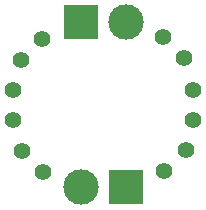
<source format=gbl>
G04 #@! TF.GenerationSoftware,KiCad,Pcbnew,(5.99.0-8018-g9a0f685a75)*
G04 #@! TF.CreationDate,2021-11-19T00:05:58+10:30*
G04 #@! TF.ProjectId,ring_pcb,72696e67-5f70-4636-922e-6b696361645f,rev?*
G04 #@! TF.SameCoordinates,Original*
G04 #@! TF.FileFunction,Copper,L2,Bot*
G04 #@! TF.FilePolarity,Positive*
%FSLAX46Y46*%
G04 Gerber Fmt 4.6, Leading zero omitted, Abs format (unit mm)*
G04 Created by KiCad (PCBNEW (5.99.0-8018-g9a0f685a75)) date 2021-11-19 00:05:58*
%MOMM*%
%LPD*%
G01*
G04 APERTURE LIST*
G04 #@! TA.AperFunction,ComponentPad*
%ADD10C,1.400000*%
G04 #@! TD*
G04 #@! TA.AperFunction,ComponentPad*
%ADD11R,2.999740X2.999740*%
G04 #@! TD*
G04 #@! TA.AperFunction,ComponentPad*
%ADD12C,2.999740*%
G04 #@! TD*
G04 APERTURE END LIST*
D10*
X132080000Y-104775000D03*
X130283949Y-102978949D03*
X130175000Y-95250000D03*
X131971051Y-93453949D03*
X129540000Y-100330000D03*
X129540000Y-97790000D03*
X144780000Y-97790000D03*
X144780000Y-100330000D03*
D11*
X135255000Y-92075000D03*
D12*
X139065000Y-92075000D03*
D10*
X144145000Y-102870000D03*
X142348949Y-104666051D03*
X142240000Y-93345000D03*
X144036051Y-95141051D03*
D11*
X139065000Y-106045000D03*
D12*
X135255000Y-106045000D03*
M02*

</source>
